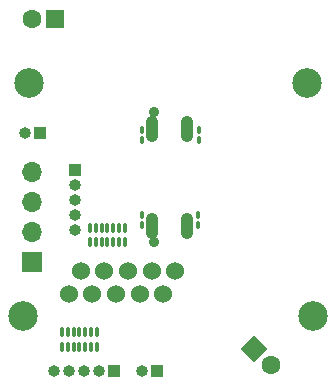
<source format=gbr>
%TF.GenerationSoftware,KiCad,Pcbnew,8.0.8*%
%TF.CreationDate,2025-01-21T20:41:30+03:00*%
%TF.ProjectId,Shield_Emergent_4,53686965-6c64-45f4-956d-657267656e74,rev?*%
%TF.SameCoordinates,Original*%
%TF.FileFunction,Soldermask,Bot*%
%TF.FilePolarity,Negative*%
%FSLAX46Y46*%
G04 Gerber Fmt 4.6, Leading zero omitted, Abs format (unit mm)*
G04 Created by KiCad (PCBNEW 8.0.8) date 2025-01-21 20:41:30*
%MOMM*%
%LPD*%
G01*
G04 APERTURE LIST*
G04 Aperture macros list*
%AMRoundRect*
0 Rectangle with rounded corners*
0 $1 Rounding radius*
0 $2 $3 $4 $5 $6 $7 $8 $9 X,Y pos of 4 corners*
0 Add a 4 corners polygon primitive as box body*
4,1,4,$2,$3,$4,$5,$6,$7,$8,$9,$2,$3,0*
0 Add four circle primitives for the rounded corners*
1,1,$1+$1,$2,$3*
1,1,$1+$1,$4,$5*
1,1,$1+$1,$6,$7*
1,1,$1+$1,$8,$9*
0 Add four rect primitives between the rounded corners*
20,1,$1+$1,$2,$3,$4,$5,0*
20,1,$1+$1,$4,$5,$6,$7,0*
20,1,$1+$1,$6,$7,$8,$9,0*
20,1,$1+$1,$8,$9,$2,$3,0*%
%AMRotRect*
0 Rectangle, with rotation*
0 The origin of the aperture is its center*
0 $1 length*
0 $2 width*
0 $3 Rotation angle, in degrees counterclockwise*
0 Add horizontal line*
21,1,$1,$2,0,0,$3*%
G04 Aperture macros list end*
%ADD10R,1.000000X1.000000*%
%ADD11O,1.000000X1.000000*%
%ADD12C,2.500000*%
%ADD13C,0.900000*%
%ADD14O,1.100000X2.220000*%
%ADD15C,1.524000*%
%ADD16R,1.700000X1.700000*%
%ADD17O,1.700000X1.700000*%
%ADD18RotRect,1.600000X1.600000X315.000000*%
%ADD19C,1.600000*%
%ADD20R,1.600000X1.600000*%
%ADD21RoundRect,0.100000X0.100000X-0.217500X0.100000X0.217500X-0.100000X0.217500X-0.100000X-0.217500X0*%
%ADD22RoundRect,0.075000X0.075000X-0.350000X0.075000X0.350000X-0.075000X0.350000X-0.075000X-0.350000X0*%
%ADD23RoundRect,0.100000X-0.100000X0.217500X-0.100000X-0.217500X0.100000X-0.217500X0.100000X0.217500X0*%
G04 APERTURE END LIST*
D10*
%TO.C,J4*%
X8750000Y-34350000D03*
D11*
X7479999Y-34350000D03*
X6210000Y-34350000D03*
X4940000Y-34350000D03*
X3670001Y-34350000D03*
%TD*%
D12*
%TO.C,REF\u002A\u002A*%
X1050000Y-29750000D03*
%TD*%
%TO.C,REF\u002A\u002A*%
X25650000Y-29750000D03*
%TD*%
D13*
%TO.C,X1*%
X12200000Y-23500000D03*
X12200000Y-12500000D03*
D14*
X12030000Y-22100000D03*
X14970000Y-22100000D03*
X12030000Y-13900000D03*
X14970000Y-13900000D03*
%TD*%
D15*
%TO.C,J8*%
X13950000Y-25880000D03*
X12950000Y-27880000D03*
X11949999Y-25880000D03*
X10950000Y-27880000D03*
X9950000Y-25880000D03*
X8950001Y-27880000D03*
X7950000Y-25880000D03*
X6950000Y-27880000D03*
X5950000Y-25880000D03*
X4950000Y-27880001D03*
%TD*%
D16*
%TO.C,J2*%
X1830000Y-25190000D03*
D17*
X1830000Y-22650000D03*
X1830000Y-20110001D03*
X1830000Y-17570000D03*
%TD*%
D10*
%TO.C,J6*%
X12400000Y-34380000D03*
D11*
X11129999Y-34380000D03*
%TD*%
D18*
%TO.C,C4*%
X20640000Y-32500000D03*
D19*
X22054214Y-33914214D03*
%TD*%
D10*
%TO.C,J5*%
X2530000Y-14200000D03*
D11*
X1259999Y-14200000D03*
%TD*%
D12*
%TO.C,REF\u002A\u002A*%
X1550000Y-10000000D03*
%TD*%
%TO.C,REF\u002A\u002A*%
X25150000Y-10000000D03*
%TD*%
D10*
%TO.C,J7*%
X5510000Y-17355000D03*
D11*
X5510000Y-18625001D03*
X5510000Y-19895000D03*
X5510000Y-21165000D03*
X5510000Y-22434999D03*
%TD*%
D20*
%TO.C,C1*%
X3805113Y-4550000D03*
D19*
X1805113Y-4550000D03*
%TD*%
D21*
%TO.C,R2*%
X15910000Y-22007500D03*
X15910000Y-21192500D03*
%TD*%
D22*
%TO.C,U5*%
X7350000Y-32325000D03*
X6850000Y-32325000D03*
X6350000Y-32325000D03*
X5850000Y-32325000D03*
X5350000Y-32325000D03*
X4850000Y-32325000D03*
X4350000Y-32325000D03*
X4350000Y-31075000D03*
X4850000Y-31075000D03*
X5350000Y-31075000D03*
X5850000Y-31075000D03*
X6350000Y-31075000D03*
X6850000Y-31075000D03*
X7350000Y-31075000D03*
%TD*%
D23*
%TO.C,R1*%
X15960000Y-13982500D03*
X15960000Y-14797500D03*
%TD*%
%TO.C,R3*%
X11120000Y-13992500D03*
X11120000Y-14807500D03*
%TD*%
D22*
%TO.C,U6*%
X9720000Y-23505000D03*
X9220000Y-23505000D03*
X8720000Y-23505000D03*
X8220000Y-23505000D03*
X7720000Y-23505000D03*
X7220000Y-23505000D03*
X6720000Y-23505000D03*
X6720000Y-22255000D03*
X7220000Y-22255000D03*
X7720000Y-22255000D03*
X8220000Y-22255000D03*
X8720000Y-22255000D03*
X9220000Y-22255000D03*
X9720000Y-22255000D03*
%TD*%
D21*
%TO.C,R5*%
X11150000Y-21997500D03*
X11150000Y-21182500D03*
%TD*%
M02*

</source>
